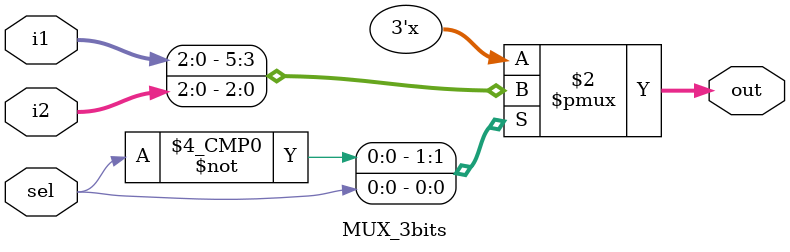
<source format=v>

module MUX_3bits( i1, i2, sel, out);
						
	input [2:0] i1, i2;
	input sel;
	output reg [2:0] out;

	always @(*)
	begin
			case(sel)
				0:out = i1;
				1:out = i2;
			endcase
	end
	
	endmodule
	
</source>
